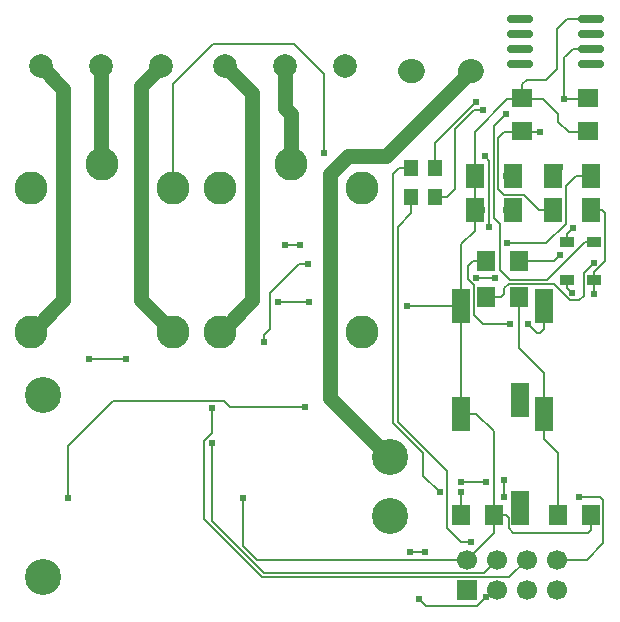
<source format=gtl>
G04 Layer: TopLayer*
G04 EasyEDA v5.9.42, Tue, 02 Apr 2019 20:51:07 GMT*
G04 166f39b61798459ea13d042530858995*
G04 Gerber Generator version 0.2*
G04 Scale: 100 percent, Rotated: No, Reflected: No *
G04 Dimensions in millimeters *
G04 leading zeros omitted , absolute positions ,3 integer and 3 decimal *
%FSLAX33Y33*%
%MOMM*%
G90*
G71D02*

%ADD11C,1.250010*%
%ADD12C,0.151994*%
%ADD13C,0.699999*%
%ADD14C,0.619760*%
%ADD15R,1.600200X1.800860*%
%ADD16R,1.499997X2.999994*%
%ADD17R,1.219200X0.909320*%
%ADD18R,1.600200X1.999996*%
%ADD19R,1.800860X1.600200*%
%ADD20R,1.160018X1.450010*%
%ADD21R,1.699997X1.699997*%
%ADD22C,1.699997*%
%ADD23C,3.048000*%
%ADD24C,3.050007*%
%ADD25C,2.794000*%
%ADD26C,1.999996*%

%LPD*%
G54D11*
G01X32354Y12913D02*
G01X32298Y12913D01*
G01X27305Y17906D01*
G01X27305Y36829D01*
G01X28829Y38353D01*
G01X32004Y38353D01*
G01X39207Y45557D01*
G01X39207Y45592D01*
G01X23495Y45973D02*
G01X23495Y42417D01*
G01X24002Y41909D01*
G01X24002Y37707D01*
G01X24003Y37707D01*
G01X7874Y45973D02*
G01X7874Y37834D01*
G01X8001Y37707D01*
G01X18003Y23505D02*
G01X18044Y23505D01*
G01X20701Y26161D01*
G01X20701Y43687D01*
G01X18415Y45973D01*
G01X14000Y23505D02*
G01X13959Y23505D01*
G01X11303Y26161D01*
G01X11303Y44322D01*
G01X12954Y45973D01*
G01X2001Y23505D02*
G01X2042Y23505D01*
G01X4699Y26161D01*
G01X4699Y44068D01*
G01X2794Y45973D01*
G54D12*
G01X41148Y8002D02*
G01X41148Y6476D01*
G01X38862Y4190D01*
G01X38409Y16572D02*
G01X39688Y16572D01*
G01X41147Y15112D01*
G01X41148Y15112D01*
G01X41148Y8002D01*
G01X49403Y8002D02*
G01X49403Y6731D01*
G01X49148Y6476D01*
G01X42798Y6476D01*
G01X42417Y6857D01*
G01X42417Y7746D01*
G01X42163Y8000D01*
G01X42162Y8002D01*
G01X41148Y8002D01*
G01X38409Y16572D02*
G01X38409Y25716D01*
G01X38409Y25717D02*
G01X38409Y30916D01*
G01X39550Y32057D01*
G01X39550Y33779D01*
G01X39550Y33780D02*
G01X39547Y33782D01*
G01X39547Y36702D01*
G01X39547Y36702D02*
G01X39547Y40439D01*
G01X42293Y43177D01*
G01X43690Y43177D01*
G01X49416Y49995D02*
G01X47328Y49995D01*
G01X46482Y49148D01*
G01X43689Y43178D02*
G01X45340Y43178D01*
G01X46608Y41909D01*
G01X46608Y41274D01*
G01X47497Y40385D01*
G01X49021Y40385D01*
G01X33843Y25709D02*
G01X33843Y25715D01*
G01X33909Y25780D01*
G01X25526Y26034D02*
G01X22859Y26034D01*
G01X19939Y9397D02*
G01X19939Y5333D01*
G01X21082Y4190D01*
G01X38862Y4190D01*
G01X16637Y14272D02*
G01X16637Y7619D01*
G01X21518Y2738D01*
G01X42489Y2738D01*
G01X43942Y4190D01*
G01X17272Y14096D02*
G01X17272Y7492D01*
G01X21673Y3091D01*
G01X40302Y3091D01*
G01X41402Y4190D01*
G01X48387Y9524D02*
G01X50165Y9524D01*
G01X50439Y9250D01*
G01X50439Y5608D01*
G01X49022Y4190D01*
G01X46482Y4190D01*
G01X40512Y1016D02*
G01X39750Y254D01*
G01X35433Y254D01*
G01X34800Y887D01*
G01X25146Y17144D02*
G01X18796Y17144D01*
G01X18288Y17652D01*
G01X8890Y17652D01*
G01X5082Y13845D01*
G01X5082Y9395D01*
G01X35308Y4824D02*
G01X34037Y4824D01*
G01X34036Y4825D01*
G01X23494Y30860D02*
G01X24764Y30860D01*
G01X26797Y38607D02*
G01X26797Y45338D01*
G01X24257Y47878D01*
G01X17399Y47878D01*
G01X14000Y35708D02*
G01X14000Y44480D01*
G01X17399Y47878D01*
G01X49657Y29336D02*
G01X48768Y28447D01*
G01X48768Y26542D01*
G01X48387Y26161D01*
G01X47625Y26161D01*
G01X46228Y27558D01*
G01X42418Y27558D01*
G01X42037Y27177D01*
G01X42037Y26669D01*
G01X41783Y26415D01*
G01X40513Y26415D01*
G01X43308Y29462D02*
G01X46226Y29462D01*
G01X46736Y29971D01*
G01X38409Y25716D02*
G01X33850Y25716D01*
G01X33843Y25709D01*
G01X39245Y5712D02*
G01X38356Y5712D01*
G01X37211Y6857D01*
G01X37211Y11683D01*
G01X33020Y15874D01*
G01X33020Y32384D01*
G01X34165Y33530D01*
G01X34165Y34922D01*
G01X34165Y37335D02*
G01X33144Y37335D01*
G01X32639Y36829D01*
G01X32639Y15747D01*
G01X35179Y13207D01*
G01X35179Y11302D01*
G01X36577Y9904D01*
G01X42036Y9524D02*
G01X42036Y10918D01*
G01X42038Y10920D01*
G01X40514Y10793D02*
G01X38356Y10793D01*
G01X38356Y10793D01*
G01X10035Y21207D02*
G01X6860Y21207D01*
G01X25400Y29209D02*
G01X24638Y29209D01*
G01X22225Y26796D01*
G01X22225Y23748D01*
G01X21717Y23240D01*
G01X21717Y22605D01*
G01X45410Y16572D02*
G01X45410Y14406D01*
G01X46608Y13207D01*
G01X46609Y13207D01*
G01X46609Y8002D01*
G01X45410Y16572D02*
G01X45410Y19994D01*
G01X43306Y22097D01*
G01X43306Y26415D01*
G01X39481Y27447D02*
G01X39481Y24904D01*
G01X39878Y24510D01*
G01X42544Y24129D02*
G01X40258Y24129D01*
G01X39878Y24510D01*
G01X45410Y25716D02*
G01X45410Y23693D01*
G01X45084Y23367D01*
G01X44830Y23367D01*
G01X44068Y24129D01*
G01X38354Y8002D02*
G01X38354Y9905D01*
G01X38353Y9905D01*
G01X49352Y33781D02*
G01X50292Y33781D01*
G01X50546Y33527D01*
G01X50546Y29463D01*
G01X49657Y28574D01*
G01X49657Y27838D01*
G01X47370Y31089D02*
G01X47370Y31749D01*
G01X47879Y32257D01*
G01X47119Y43178D02*
G01X47120Y43179D01*
G01X49021Y43179D01*
G01X49415Y47454D02*
G01X47835Y47454D01*
G01X47244Y46862D01*
G01X47118Y43178D02*
G01X47118Y46737D01*
G01X47244Y46862D01*
G01X46151Y33781D02*
G01X44958Y33781D01*
G01X43688Y35051D01*
G01X42037Y35051D01*
G01X41529Y35559D01*
G01X41529Y39877D01*
G01X42039Y40383D01*
G01X43690Y40383D01*
G01X45084Y40385D02*
G01X45083Y40384D01*
G01X43689Y40384D01*
G01X41656Y28701D02*
G01X41656Y32638D01*
G01X41148Y33146D01*
G01X41148Y40893D01*
G01X42164Y41909D01*
G01X40259Y42290D02*
G01X39497Y42290D01*
G01X37846Y40639D01*
G01X37846Y35559D01*
G01X37211Y34924D01*
G01X36195Y34924D01*
G01X40769Y32383D02*
G01X40769Y32636D01*
G01X40766Y32638D01*
G01X40766Y37973D01*
G01X40386Y38353D01*
G01X39624Y42925D02*
G01X36195Y39496D01*
G01X36195Y37337D01*
G01X49657Y31089D02*
G01X48869Y31089D01*
G01X48513Y30733D01*
G01X45644Y27864D01*
G01X42493Y27864D01*
G01X41655Y28701D01*
G01X49352Y36702D02*
G01X48133Y36702D01*
G01X47244Y35813D01*
G01X47244Y32638D01*
G01X45590Y30985D01*
G01X42293Y30985D01*
G01X47754Y26795D02*
G01X47371Y27178D01*
G01X47371Y27838D01*
G01X40513Y29463D02*
G01X39369Y29463D01*
G01X38988Y29082D01*
G01X38988Y27939D01*
G01X39481Y27447D01*
G01X39625Y28065D02*
G01X41276Y28065D01*
G01X49658Y26668D02*
G01X49657Y26670D01*
G01X49657Y27838D01*
G01X17272Y17017D02*
G01X17272Y14907D01*
G01X16637Y14272D01*
G01X43561Y43306D02*
G01X43561Y44449D01*
G01X43942Y44830D01*
G01X45593Y44830D01*
G01X46482Y45719D01*
G01X46482Y49148D01*
G54D13*
G01X50165Y46184D02*
G01X48665Y46184D01*
G01X50165Y47454D02*
G01X48665Y47454D01*
G01X50165Y48724D02*
G01X48665Y48724D01*
G01X50165Y49994D02*
G01X48665Y49994D01*
G01X44120Y46184D02*
G01X42620Y46184D01*
G01X44120Y47454D02*
G01X42620Y47454D01*
G01X44120Y48724D02*
G01X42620Y48724D01*
G01X44120Y49994D02*
G01X42620Y49994D01*
G54D15*
G01X46609Y8002D03*
G01X49403Y8002D03*
G01X38354Y8002D03*
G01X41148Y8002D03*
G54D16*
G01X45410Y16572D03*
G01X43409Y8573D03*
G01X38409Y16572D03*
G01X45410Y25716D03*
G01X43409Y17717D03*
G01X38409Y25716D03*
G54D17*
G01X49657Y31089D03*
G01X49657Y27838D03*
G01X47371Y31089D03*
G01X47371Y27838D03*
G54D18*
G01X46151Y33781D03*
G01X49352Y33781D03*
G01X46151Y36702D03*
G01X49352Y36702D03*
G54D15*
G01X43307Y26415D03*
G01X40513Y26415D03*
G01X40513Y29463D03*
G01X43307Y29463D03*
G54D19*
G01X43561Y40512D03*
G01X43561Y43306D03*
G01X49149Y40512D03*
G01X49149Y43306D03*
G54D18*
G01X39548Y33781D03*
G01X42747Y33781D03*
G01X39548Y36702D03*
G01X42747Y36702D03*
G54D20*
G01X36195Y34924D03*
G01X34163Y34924D03*
G01X36195Y37337D03*
G01X34163Y37337D03*
G54D21*
G01X38862Y1650D03*
G54D22*
G01X38862Y4190D03*
G01X41402Y1650D03*
G01X41402Y4190D03*
G01X43942Y1650D03*
G01X43942Y4190D03*
G01X46482Y1650D03*
G01X46482Y4190D03*
G54D23*
G01X2952Y2713D03*
G01X2952Y18113D03*
G01X32353Y7915D03*
G54D24*
G01X32353Y12914D03*
G54D25*
G01X18003Y23506D03*
G01X24003Y37707D03*
G01X30002Y35708D03*
G01X18003Y35708D03*
G01X30002Y23506D03*
G01X2001Y23506D03*
G01X8001Y37707D03*
G01X14000Y35708D03*
G01X2001Y35708D03*
G01X14000Y23506D03*
G54D26*
G01X18415Y45973D03*
G01X23495Y45973D03*
G01X28575Y45973D03*
G01X2794Y45973D03*
G01X7874Y45973D03*
G01X12954Y45973D03*
G54D14*
G01X44082Y46197D03*
G01X40132Y33781D03*
G01X33843Y25709D03*
G01X25527Y26034D03*
G01X22860Y26034D03*
G01X19939Y9397D03*
G01X17272Y17017D03*
G01X17272Y14096D03*
G01X48387Y9524D03*
G01X40513Y1015D03*
G01X34800Y887D03*
G01X25146Y17144D03*
G01X5082Y9396D03*
G01X34036Y4825D03*
G01X35308Y4824D03*
G01X23495Y30860D03*
G01X24765Y30860D03*
G01X26797Y38607D03*
G01X44095Y49981D03*
G01X49657Y29336D03*
G01X48659Y48719D03*
G01X46736Y29971D03*
G01X39245Y5713D03*
G01X42037Y9524D03*
G01X36578Y9904D03*
G01X40515Y10793D03*
G01X42039Y10920D03*
G01X38356Y10793D03*
G01X10035Y21207D03*
G01X6860Y21207D03*
G01X25400Y29209D03*
G01X21717Y22605D03*
G01X44069Y24129D03*
G01X42545Y24129D03*
G01X38354Y9905D03*
G01X47879Y32257D03*
G01X48679Y46193D03*
G01X46736Y37464D03*
G01X47119Y43178D03*
G01X44108Y48732D03*
G01X45085Y40385D03*
G01X42164Y41909D03*
G01X44119Y47446D03*
G01X42164Y33781D03*
G01X40259Y42290D03*
G01X42164Y36702D03*
G01X40769Y32383D03*
G01X40386Y38353D03*
G01X39624Y42925D03*
G01X42293Y30986D03*
G01X47754Y26795D03*
G01X39626Y28065D03*
G01X41277Y28065D03*
G01X49659Y26668D03*
G54D26*
G01X34098Y45592D02*
G01X34298Y45592D01*
G01X39107Y45592D02*
G01X39307Y45592D01*
M00*
M02*

</source>
